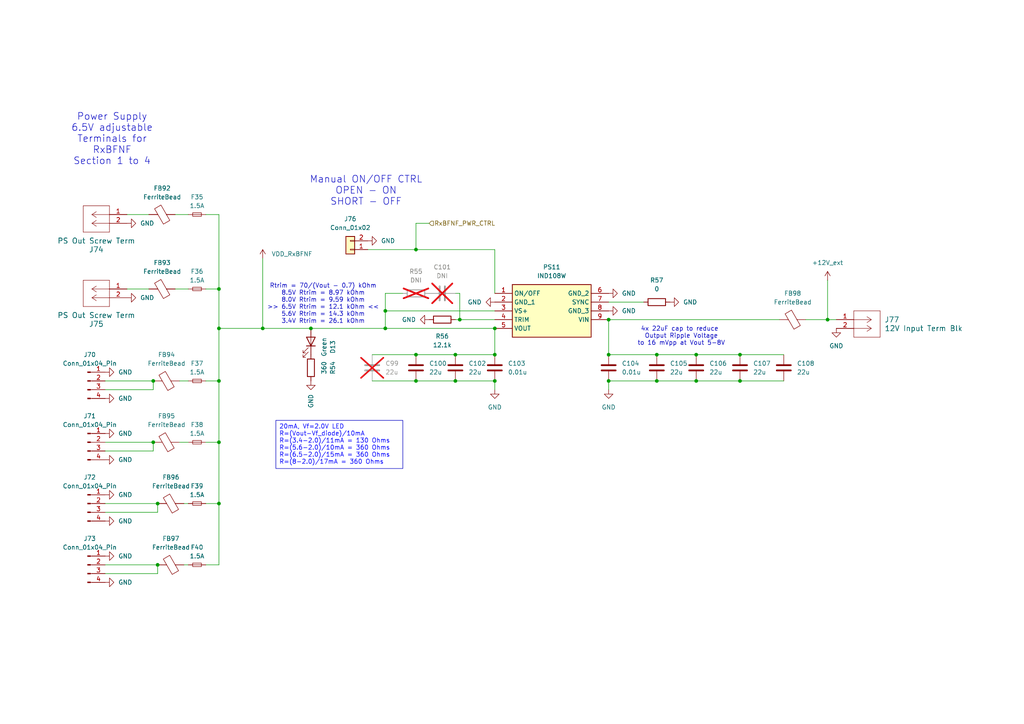
<source format=kicad_sch>
(kicad_sch (version 20231120) (generator "eeschema") (generator_version "8.0")
  (paper "A4")
  (title_block (title "PWR SPLY for RxBFNF") (date "2024-04-04") (rev "1.0"))
  (lib_symbols
    (symbol "BCRL_power_supply:IND108W"
      (property "Reference" "PS" (at 29.21 7.62 0))
      (property "Value" "IND108W" (at 29.21 5.08 0))
      (symbol "IND108W_1_1"
        (rectangle (start 5.08 2.54) (end 27.94 -12.7) (stroke (width 0.254)) (fill (type background)))
        (pin passive line (at 0 0 0) (length 5.08) (name "ON/OFF") (number "1"))
        (pin passive line (at 0 -2.54 0) (length 5.08) (name "GND_1") (number "2"))
        (pin passive line (at 0 -5.08 0) (length 5.08) (name "VS+") (number "3"))
        (pin passive line (at 0 -7.62 0) (length 5.08) (name "TRIM") (number "4"))
        (pin passive line (at 0 -10.16 0) (length 5.08) (name "VOUT") (number "5"))
        (pin passive line (at 33.02 0 180) (length 5.08) (name "GND_2") (number "6"))
        (pin passive line (at 33.02 -2.54 180) (length 5.08) (name "SYNC") (number "7"))
        (pin passive line (at 33.02 -5.08 180) (length 5.08) (name "GND_3") (number "8"))
        (pin passive line (at 33.02 -7.62 180) (length 5.08) (name "VIN") (number "9"))
      )
    )
    (symbol "BCRL_power_supply:OSTVN02A150" (pin_names (offset 0.254) hide)
      (property "Reference" "J" (at 8.89 6.35 0))
      (property "Value" "OSTVN02A150" (at 5.08 -6.35 0))
      (symbol "OSTVN02A150_1_1"
        (polyline (pts (xy 5.08 -5.08) (xy 12.7 -5.08)) (stroke (width 0.127)))
        (polyline (pts (xy 5.08 2.54) (xy 5.08 -5.08)) (stroke (width 0.127)))
        (polyline (pts (xy 10.16 -2.54) (xy 5.08 -2.54)) (stroke (width 0.127)))
        (polyline (pts (xy 10.16 -2.54) (xy 8.89 -3.3867)) (stroke (width 0.127)))
        (polyline (pts (xy 10.16 -2.54) (xy 8.89 -1.6933)) (stroke (width 0.127)))
        (polyline (pts (xy 10.16 0) (xy 5.08 0)) (stroke (width 0.127)))
        (polyline (pts (xy 10.16 0) (xy 8.89 -0.8467)) (stroke (width 0.127)))
        (polyline (pts (xy 10.16 0) (xy 8.89 0.8467)) (stroke (width 0.127)))
        (polyline (pts (xy 12.7 -5.08) (xy 12.7 2.54)) (stroke (width 0.127)))
        (polyline (pts (xy 12.7 2.54) (xy 5.08 2.54)) (stroke (width 0.127)))
        (pin unspecified line (at 0 0 0) (length 5.08) (name "1") (number "1"))
        (pin unspecified line (at 0 -2.54 0) (length 5.08) (name "2") (number "2"))
      )
      (symbol "OSTVN02A150_1_2"
        (polyline (pts (xy 5.08 -5.08) (xy 12.7 -5.08)) (stroke (width 0.127)))
        (polyline (pts (xy 5.08 2.54) (xy 5.08 -5.08)) (stroke (width 0.127)))
        (polyline (pts (xy 7.62 -2.54) (xy 5.08 -2.54)) (stroke (width 0.127)))
        (polyline (pts (xy 7.62 -2.54) (xy 8.89 -3.3867)) (stroke (width 0.127)))
        (polyline (pts (xy 7.62 -2.54) (xy 8.89 -1.6933)) (stroke (width 0.127)))
        (polyline (pts (xy 7.62 0) (xy 5.08 0)) (stroke (width 0.127)))
        (polyline (pts (xy 7.62 0) (xy 8.89 -0.8467)) (stroke (width 0.127)))
        (polyline (pts (xy 7.62 0) (xy 8.89 0.8467)) (stroke (width 0.127)))
        (polyline (pts (xy 12.7 -5.08) (xy 12.7 2.54)) (stroke (width 0.127)))
        (polyline (pts (xy 12.7 2.54) (xy 5.08 2.54)) (stroke (width 0.127)))
        (pin unspecified line (at 0 0 0) (length 5.08) (name "1") (number "1"))
        (pin unspecified line (at 0 -2.54 0) (length 5.08) (name "2") (number "2"))
      )
    )
    (symbol "C_1" (pin_numbers hide) (pin_names (offset 0.254) hide)
      (property "Reference" "C" (at 0.635 2.54 0))
      (property "Value" "C" (at 0.635 -2.54 0))
      (symbol "C_1_0_1"
        (polyline (pts (xy -2.032 -0.762) (xy 2.032 -0.762)) (stroke (width 0.508)))
        (polyline (pts (xy -2.032 0.762) (xy 2.032 0.762)) (stroke (width 0.508)))
      )
      (symbol "C_1_1_1"
        (pin passive line (at 0 3.81 270) (length 2.794) (name "~") (number "1"))
        (pin passive line (at 0 -3.81 90) (length 2.794) (name "~") (number "2"))
      )
    )
    (symbol "Connector:Conn_01x04_Pin" (pin_names (offset 1.016) hide)
      (property "Reference" "J" (at 0 5.08 0))
      (property "Value" "Conn_01x04_Pin" (at 0 -7.62 0))
      (symbol "Conn_01x04_Pin_1_1"
        (polyline (pts (xy 1.27 -5.08) (xy 0.8636 -5.08)) (stroke (width 0.1524)))
        (polyline (pts (xy 1.27 -2.54) (xy 0.8636 -2.54)) (stroke (width 0.1524)))
        (polyline (pts (xy 1.27 0) (xy 0.8636 0)) (stroke (width 0.1524)))
        (polyline (pts (xy 1.27 2.54) (xy 0.8636 2.54)) (stroke (width 0.1524)))
        (rectangle (start 0.8636 -4.953) (end 0 -5.207) (stroke (width 0.1524)) (fill (type outline)))
        (rectangle (start 0.8636 -2.413) (end 0 -2.667) (stroke (width 0.1524)) (fill (type outline)))
        (rectangle (start 0.8636 0.127) (end 0 -0.127) (stroke (width 0.1524)) (fill (type outline)))
        (rectangle (start 0.8636 2.667) (end 0 2.413) (stroke (width 0.1524)) (fill (type outline)))
        (pin passive line (at 5.08 2.54 180) (length 3.81) (name "Pin_1") (number "1"))
        (pin passive line (at 5.08 0 180) (length 3.81) (name "Pin_2") (number "2"))
        (pin passive line (at 5.08 -2.54 180) (length 3.81) (name "Pin_3") (number "3"))
        (pin passive line (at 5.08 -5.08 180) (length 3.81) (name "Pin_4") (number "4"))
      )
    )
    (symbol "Connector_Generic:Conn_01x02" (pin_names (offset 1.016) hide)
      (property "Reference" "J" (at 0 2.54 0))
      (property "Value" "Conn_01x02" (at 0 -5.08 0))
      (symbol "Conn_01x02_1_1"
        (rectangle (start -1.27 -2.413) (end 0 -2.667) (stroke (width 0.1524)))
        (rectangle (start -1.27 0.127) (end 0 -0.127) (stroke (width 0.1524)))
        (rectangle (start -1.27 1.27) (end 1.27 -3.81) (stroke (width 0.254)) (fill (type background)))
        (pin passive line (at -5.08 0 0) (length 3.81) (name "Pin_1") (number "1"))
        (pin passive line (at -5.08 -2.54 0) (length 3.81) (name "Pin_2") (number "2"))
      )
    )
    (symbol "Device:C" (pin_numbers hide) (pin_names (offset 0.254))
      (property "Reference" "C" (at 0.635 2.54 0))
      (property "Value" "C" (at 0.635 -2.54 0))
      (symbol "C_0_1"
        (polyline (pts (xy -2.032 -0.762) (xy 2.032 -0.762)) (stroke (width 0.508)))
        (polyline (pts (xy -2.032 0.762) (xy 2.032 0.762)) (stroke (width 0.508)))
      )
      (symbol "C_1_1"
        (pin passive line (at 0 3.81 270) (length 2.794) (name "~") (number "1"))
        (pin passive line (at 0 -3.81 90) (length 2.794) (name "~") (number "2"))
      )
    )
    (symbol "Device:FerriteBead" (pin_numbers hide) (pin_names (offset 0))
      (property "Reference" "FB" (at -3.81 0.635 90))
      (property "Value" "FerriteBead" (at 3.81 0 90))
      (symbol "FerriteBead_0_1"
        (polyline (pts (xy 0 -1.27) (xy 0 -1.2192)))
        (polyline (pts (xy 0 1.27) (xy 0 1.2954)))
        (polyline (pts (xy -2.7686 0.4064) (xy -1.7018 2.2606) (xy 2.7686 -0.3048) (xy 1.6764 -2.159) (xy -2.7686 0.4064)))
      )
      (symbol "FerriteBead_1_1"
        (pin passive line (at 0 3.81 270) (length 2.54) (name "~") (number "1"))
        (pin passive line (at 0 -3.81 90) (length 2.54) (name "~") (number "2"))
      )
    )
    (symbol "Device:Fuse_Small" (pin_numbers hide) (pin_names (offset 0.254) hide)
      (property "Reference" "F" (at 0 -1.524 0))
      (property "Value" "Fuse_Small" (at 0 1.524 0))
      (symbol "Fuse_Small_0_1"
        (rectangle (start -1.27 0.508) (end 1.27 -0.508))
        (polyline (pts (xy -1.27 0) (xy 1.27 0)))
      )
      (symbol "Fuse_Small_1_1"
        (pin passive line (at -2.54 0 0) (length 1.27) (name "~") (number "1"))
        (pin passive line (at 2.54 0 180) (length 1.27) (name "~") (number "2"))
      )
    )
    (symbol "Device:LED" (pin_numbers hide) (pin_names (offset 1.016) hide)
      (property "Reference" "D" (at 0 2.54 0))
      (property "Value" "LED" (at 0 -2.54 0))
      (symbol "LED_0_1"
        (polyline (pts (xy -1.27 -1.27) (xy -1.27 1.27)) (stroke (width 0.254)))
        (polyline (pts (xy -1.27 0) (xy 1.27 0)))
        (polyline (pts (xy 1.27 -1.27) (xy 1.27 1.27) (xy -1.27 0) (xy 1.27 -1.27)) (stroke (width 0.254)))
        (polyline (pts (xy -3.048 -0.762) (xy -4.572 -2.286) (xy -3.81 -2.286) (xy -4.572 -2.286) (xy -4.572 -1.524)))
        (polyline (pts (xy -1.778 -0.762) (xy -3.302 -2.286) (xy -2.54 -2.286) (xy -3.302 -2.286) (xy -3.302 -1.524)))
      )
      (symbol "LED_1_1"
        (pin passive line (at -3.81 0 0) (length 2.54) (name "K") (number "1"))
        (pin passive line (at 3.81 0 180) (length 2.54) (name "A") (number "2"))
      )
    )
    (symbol "Device:R" (pin_numbers hide) (pin_names (offset 0))
      (property "Reference" "R" (at 2.032 0 90))
      (property "Value" "R" (at 0 0 90))
      (symbol "R_0_1"
        (rectangle (start -1.016 -2.54) (end 1.016 2.54) (stroke (width 0.254)))
      )
      (symbol "R_1_1"
        (pin passive line (at 0 3.81 270) (length 1.27) (name "~") (number "1"))
        (pin passive line (at 0 -3.81 90) (length 1.27) (name "~") (number "2"))
      )
    )
    (symbol "GND_1" (power) (pin_numbers hide) (pin_names (offset 0) hide)
      (property "Value" "GND" (at 0 -3.81 0))
      (symbol "GND_1_0_1"
        (polyline (pts (xy 0 0) (xy 0 -1.27) (xy 1.27 -1.27) (xy 0 -2.54) (xy -1.27 -1.27) (xy 0 -1.27)))
      )
      (symbol "GND_1_1_1"
        (pin power_in line (at 0 0 270) (length 0) hide (name "GND") (number "1"))
      )
    )
    (symbol "GND_2" (power) (pin_numbers hide) (pin_names (offset 0) hide)
      (property "Value" "GND" (at 0 -3.81 0))
      (symbol "GND_2_0_1"
        (polyline (pts (xy 0 0) (xy 0 -1.27) (xy 1.27 -1.27) (xy 0 -2.54) (xy -1.27 -1.27) (xy 0 -1.27)))
      )
      (symbol "GND_2_1_1"
        (pin power_in line (at 0 0 270) (length 0) hide (name "GND") (number "1"))
      )
    )
    (symbol "GND_3" (power) (pin_numbers hide) (pin_names (offset 0) hide)
      (property "Value" "GND" (at 0 -3.81 0))
      (symbol "GND_3_0_1"
        (polyline (pts (xy 0 0) (xy 0 -1.27) (xy 1.27 -1.27) (xy 0 -2.54) (xy -1.27 -1.27) (xy 0 -1.27)))
      )
      (symbol "GND_3_1_1"
        (pin power_in line (at 0 0 270) (length 0) hide (name "GND") (number "1"))
      )
    )
    (symbol "GND_4" (power) (pin_numbers hide) (pin_names (offset 0) hide)
      (property "Value" "GND" (at 0 -3.81 0))
      (symbol "GND_4_0_1"
        (polyline (pts (xy 0 0) (xy 0 -1.27) (xy 1.27 -1.27) (xy 0 -2.54) (xy -1.27 -1.27) (xy 0 -1.27)))
      )
      (symbol "GND_4_1_1"
        (pin power_in line (at 0 0 270) (length 0) hide (name "GND") (number "1"))
      )
    )
    (symbol "GND_5" (power) (pin_numbers hide) (pin_names (offset 0) hide)
      (property "Value" "GND" (at 0 -3.81 0))
      (symbol "GND_5_0_1"
        (polyline (pts (xy 0 0) (xy 0 -1.27) (xy 1.27 -1.27) (xy 0 -2.54) (xy -1.27 -1.27) (xy 0 -1.27)))
      )
      (symbol "GND_5_1_1"
        (pin power_in line (at 0 0 270) (length 0) hide (name "GND") (number "1"))
      )
    )
    (symbol "power:+12V" (power) (pin_numbers hide) (pin_names (offset 0) hide)
      (property "Value" "+12V" (at 0 3.556 0))
      (symbol "+12V_0_1"
        (polyline (pts (xy -0.762 1.27) (xy 0 2.54)))
        (polyline (pts (xy 0 0) (xy 0 2.54)))
        (polyline (pts (xy 0 2.54) (xy 0.762 1.27)))
      )
      (symbol "+12V_1_1"
        (pin power_in line (at 0 0 90) (length 0) (name "~") (number "1"))
      )
    )
    (symbol "power:GND" (power) (pin_numbers hide) (pin_names (offset 0) hide)
      (property "Value" "GND" (at 0 -3.81 0))
      (symbol "GND_0_1"
        (polyline (pts (xy 0 0) (xy 0 -1.27) (xy 1.27 -1.27) (xy 0 -2.54) (xy -1.27 -1.27) (xy 0 -1.27)))
      )
      (symbol "GND_1_1"
        (pin power_in line (at 0 0 270) (length 0) hide (name "GND") (number "1"))
      )
    )
    (symbol "power:VDD" (power) (pin_numbers hide) (pin_names (offset 0) hide)
      (property "Value" "VDD" (at 0 3.556 0))
      (symbol "VDD_0_1"
        (polyline (pts (xy -0.762 1.27) (xy 0 2.54)))
        (polyline (pts (xy 0 0) (xy 0 2.54)))
        (polyline (pts (xy 0 2.54) (xy 0.762 1.27)))
      )
      (symbol "VDD_1_1"
        (pin power_in line (at 0 0 90) (length 0) (name "~") (number "1"))
      )
    )
  )
  (junction (at 120.65 110.49))
  (junction (at 143.51 110.49))
  (junction (at 240.03 92.71))
  (junction (at 76.2 95.25))
  (junction (at 143.51 102.87))
  (junction (at 45.72 163.83))
  (junction (at 111.76 90.17))
  (junction (at 190.5 102.87))
  (junction (at 214.63 110.49))
  (junction (at 120.65 72.39))
  (junction (at 63.5 83.82))
  (junction (at 133.35 92.71))
  (junction (at 176.53 102.87))
  (junction (at 63.5 110.49))
  (junction (at 120.65 102.87))
  (junction (at 176.53 110.49))
  (junction (at 201.93 102.87))
  (junction (at 63.5 128.27))
  (junction (at 63.5 95.25))
  (junction (at 214.63 102.87))
  (junction (at 45.72 146.05))
  (junction (at 90.17 95.25))
  (junction (at 132.08 110.49))
  (junction (at 63.5 146.05))
  (junction (at 143.51 95.25))
  (junction (at 132.08 102.87))
  (junction (at 44.45 128.27))
  (junction (at 201.93 110.49))
  (junction (at 176.53 92.71))
  (junction (at 111.76 95.25))
  (junction (at 190.5 110.49))
  (junction (at 44.45 110.49))
  (wire (pts (xy 63.5 95.25) (xy 76.2 95.25)))
  (wire (pts (xy 124.46 64.77) (xy 120.65 64.77)))
  (wire (pts (xy 143.51 95.25) (xy 143.51 102.87)))
  (wire (pts (xy 30.48 130.81) (xy 44.45 130.81)))
  (wire (pts (xy 133.35 92.71) (xy 143.51 92.71)))
  (wire (pts (xy 240.03 92.71) (xy 242.57 92.71)))
  (wire (pts (xy 30.48 166.37) (xy 45.72 166.37)))
  (wire (pts (xy 111.76 85.09) (xy 111.76 90.17)))
  (wire (pts (xy 63.5 110.49) (xy 63.5 128.27)))
  (wire (pts (xy 44.45 113.03) (xy 44.45 110.49)))
  (wire (pts (xy 214.63 102.87) (xy 227.33 102.87)))
  (wire (pts (xy 143.51 72.39) (xy 143.51 85.09)))
  (wire (pts (xy 50.8 62.23) (xy 54.61 62.23)))
  (wire (pts (xy 176.53 102.87) (xy 190.5 102.87)))
  (wire (pts (xy 30.48 113.03) (xy 44.45 113.03)))
  (wire (pts (xy 76.2 74.93) (xy 76.2 95.25)))
  (wire (pts (xy 120.65 72.39) (xy 143.51 72.39)))
  (wire (pts (xy 45.72 166.37) (xy 45.72 163.83)))
  (wire (pts (xy 132.08 85.09) (xy 133.35 85.09)))
  (wire (pts (xy 59.69 128.27) (xy 63.5 128.27)))
  (wire (pts (xy 45.72 148.59) (xy 45.72 146.05)))
  (wire (pts (xy 63.5 128.27) (xy 63.5 146.05)))
  (wire (pts (xy 30.48 163.83) (xy 45.72 163.83)))
  (wire (pts (xy 120.65 102.87) (xy 132.08 102.87)))
  (wire (pts (xy 90.17 95.25) (xy 111.76 95.25)))
  (wire (pts (xy 120.65 110.49) (xy 132.08 110.49)))
  (wire (pts (xy 143.51 110.49) (xy 143.51 113.03)))
  (wire (pts (xy 120.65 64.77) (xy 120.65 72.39)))
  (wire (pts (xy 59.69 146.05) (xy 63.5 146.05)))
  (wire (pts (xy 176.53 92.71) (xy 226.06 92.71)))
  (wire (pts (xy 201.93 102.87) (xy 214.63 102.87)))
  (wire (pts (xy 36.83 62.23) (xy 43.18 62.23)))
  (wire (pts (xy 53.34 146.05) (xy 54.61 146.05)))
  (wire (pts (xy 52.07 128.27) (xy 54.61 128.27)))
  (wire (pts (xy 63.5 95.25) (xy 63.5 110.49)))
  (wire (pts (xy 50.8 83.82) (xy 54.61 83.82)))
  (wire (pts (xy 30.48 128.27) (xy 44.45 128.27)))
  (wire (pts (xy 36.83 83.82) (xy 43.18 83.82)))
  (wire (pts (xy 176.53 110.49) (xy 190.5 110.49)))
  (wire (pts (xy 44.45 130.81) (xy 44.45 128.27)))
  (wire (pts (xy 201.93 110.49) (xy 214.63 110.49)))
  (wire (pts (xy 132.08 110.49) (xy 143.51 110.49)))
  (wire (pts (xy 132.08 102.87) (xy 143.51 102.87)))
  (wire (pts (xy 59.69 83.82) (xy 63.5 83.82)))
  (wire (pts (xy 53.34 163.83) (xy 54.61 163.83)))
  (wire (pts (xy 54.61 110.49) (xy 52.07 110.49)))
  (wire (pts (xy 143.51 90.17) (xy 111.76 90.17)))
  (wire (pts (xy 214.63 110.49) (xy 227.33 110.49)))
  (wire (pts (xy 63.5 62.23) (xy 59.69 62.23)))
  (wire (pts (xy 176.53 87.63) (xy 186.69 87.63)))
  (wire (pts (xy 176.53 92.71) (xy 176.53 102.87)))
  (wire (pts (xy 30.48 110.49) (xy 44.45 110.49)))
  (wire (pts (xy 59.69 110.49) (xy 63.5 110.49)))
  (wire (pts (xy 30.48 146.05) (xy 45.72 146.05)))
  (wire (pts (xy 63.5 163.83) (xy 59.69 163.83)))
  (wire (pts (xy 233.68 92.71) (xy 240.03 92.71)))
  (wire (pts (xy 63.5 146.05) (xy 63.5 163.83)))
  (wire (pts (xy 63.5 83.82) (xy 63.5 95.25)))
  (wire (pts (xy 116.84 85.09) (xy 111.76 85.09)))
  (wire (pts (xy 190.5 102.87) (xy 201.93 102.87)))
  (wire (pts (xy 111.76 90.17) (xy 111.76 95.25)))
  (wire (pts (xy 107.95 110.49) (xy 120.65 110.49)))
  (wire (pts (xy 30.48 148.59) (xy 45.72 148.59)))
  (wire (pts (xy 106.68 72.39) (xy 120.65 72.39)))
  (wire (pts (xy 111.76 95.25) (xy 143.51 95.25)))
  (wire (pts (xy 240.03 81.28) (xy 240.03 92.71)))
  (wire (pts (xy 132.08 92.71) (xy 133.35 92.71)))
  (wire (pts (xy 107.95 102.87) (xy 120.65 102.87)))
  (wire (pts (xy 133.35 85.09) (xy 133.35 92.71)))
  (wire (pts (xy 176.53 110.49) (xy 176.53 113.03)))
  (wire (pts (xy 190.5 110.49) (xy 201.93 110.49)))
  (wire (pts (xy 76.2 95.25) (xy 90.17 95.25)))
  (wire (pts (xy 63.5 83.82) (xy 63.5 62.23)))
  (text_box "20mA, Vf=2.0V LED \nR=(Vout-Vf_diode)/10mA \nR=(3.4-2.0)/11mA = 130 Ohms  \nR=(5.6-2.0)/10mA = 360 Ohms  \nR=(6.5-2.0)/15mA = 360 Ohms  \nR=(8-2.0)/17mA = 360 Ohms  \n" (at 80.01 121.92 0) (size 36.83 13.97) (effects (font (size 1.27 1.27)) (justify left top)))
  (text "4x 22uF cap to reduce \nOutput Ripple Voltage\nto 16 mVpp at Vout 5-8V" (at 197.612 97.536 0) (effects (font (size 1.27 1.27))))
  (text "Manual ON/OFF CTRL\nOPEN - ON\nSHORT - OFF" (at 106.172 55.372 0) (effects (font (size 2 2))))
  (text "Rtrim = 70/(Vout - 0.7) kOhm\n8.5V Rtrim = 8.97 kOhm\n8.0V Rtrim = 9.59 kOhm\n>> 6.5V Rtrim = 12.1 kOhm <<\n5.6V Rtrim = 14.3 kOhm\n3.4V Rtrim = 26.1 kOhm\n\n\n" (at 93.726 90.17 0) (effects (font (size 1.27 1.27))))
  (text "Power Supply\n6.5V adjustable\nTerminals for\nRxBFNF\nSection 1 to 4" (at 32.512 40.386 0) (effects (font (size 2 2))))
  (hierarchical_label "RxBFNF_PWR_CTRL" (shape input) (at 124.46 64.77 0))
  (symbol (lib_name "GND_4") (lib_id "power:GND") (at 30.48 143.51 90) (mirror x) (unit 1)
    (property "Reference" "#PWR0302" (effects (hide yes)))
    (property "Value" "GND" (at 34.29 143.51 90) (effects (justify right)))
  )
  (symbol (lib_id "Connector:Conn_01x04_Pin") (at 25.4 128.27 0) (unit 1)
    (property "Reference" "J71" (at 26.035 120.65 0))
    (property "Value" "Conn_01x04_Pin" (at 26.035 123.19 0))
    (property "Footprint" "BCRL_power_supply:TSM-104-YY-ZZZ-SH" (effects (hide yes)))
    (property "Datasheet" "https://www.mouser.ca/datasheet/2/527/tsm-2854655.pdf" (effects (hide yes)))
    (property "Description" "1x4 pin Header SMT, Horizontal" (effects (hide yes)))
    (property "PN" "TSM-104-01-T-SH" (effects (hide yes)))
    (property "Mfr" "SAMTEC" (effects (hide yes)))
  )
  (symbol (lib_id "Device:C") (at 227.33 106.68 0) (unit 1)
    (property "Reference" "C108" (at 231.14 105.4099 0) (effects (justify left)))
    (property "Value" "22u" (at 231.14 107.9499 0) (effects (justify left)))
    (property "Footprint" "BCRL_power_supply:CAPC2012X145N" (effects (hide yes)))
    (property "Datasheet" "https://www.mouser.ca/datasheet/2/281/1/GRM21BR61E226ME44_01A-1986898.pdf" (effects (hide yes)))
    (property "Description" "22 uF 25V " (effects (hide yes)))
    (property "PN" "GRM21BR61E226ME44L" (effects (hide yes)))
    (property "Mfr" "Murata" (effects (hide yes)))
  )
  (symbol (lib_id "BCRL_power_supply:IND108W") (at 143.51 85.09 0) (unit 1)
    (property "Reference" "PS11" (at 160.02 77.47 0))
    (property "Value" "IND108W" (at 160.02 80.01 0))
    (property "Footprint" "BCRL_power_supply:IND108W" (effects (hide yes)))
    (property "Datasheet" "https://www.omnionpower.com/assets/pdfs/windchill/data-sheet/ind108w_ds.pdf?nocache=1710831926" (effects (hide yes)))
    (property "Description" "DC/DC 12Vin 3-9V 108W 12A" (effects (hide yes)))
    (property "Height" "10" (effects (hide yes)))
    (property "Manufacturer_Name" "OmniOn Power" (effects (hide yes)))
    (property "Manufacturer_Part_Number" "IND108W" (effects (hide yes)))
    (property "Mfr" "GE" (effects (hide yes)))
    (property "PN" "IND108W" (effects (hide yes)))
  )
  (symbol (lib_id "Device:R") (at 90.17 106.68 0) (mirror x) (unit 1)
    (property "Reference" "R54" (at 96.52 106.68 90))
    (property "Value" "360" (at 93.98 106.68 90))
    (property "Footprint" "BCRL_power_supply:RESC1608X50N" (effects (hide yes)))
    (property "Datasheet" "https://www.vishay.com/docs/20035/dcrcwe3.pdf" (effects (hide yes)))
    (property "Description" "1/10 W" (effects (hide yes)))
    (property "PN" "CRCW0603360RJNEA" (effects (hide yes)))
    (property "Mfr" "Vishay" (effects (hide yes)))
  )
  (symbol (lib_name "GND_4") (lib_id "power:GND") (at 30.48 161.29 90) (mirror x) (unit 1)
    (property "Reference" "#PWR0304" (effects (hide yes)))
    (property "Value" "GND" (at 34.29 161.29 90) (effects (justify right)))
  )
  (symbol (lib_id "Device:Fuse_Small") (at 57.15 146.05 0) (unit 1)
    (property "Reference" "F39" (at 57.15 140.97 0))
    (property "Value" "1.5A" (at 57.15 143.51 0))
    (property "Footprint" "BCRL_power_supply:ERBRE0R50V" (effects (hide yes)))
    (property "Datasheet" "https://www.mouser.ca/datasheet/2/315/AFA0000C7-1025982.pdf" (effects (hide yes)))
    (property "Description" "SMD Fuse 0603" (effects (hide yes)))
    (property "PN" "ERB-RE1R50V" (effects (hide yes)))
    (property "Mfr" "Panasonic" (effects (hide yes)))
  )
  (symbol (lib_id "BCRL_power_supply:OSTVN02A150") (at 36.83 62.23 0) (mirror y) (unit 1)
    (property "Reference" "J74" (at 27.94 72.39 0) (effects (font (size 1.524 1.524))))
    (property "Value" "PS Out Screw Term" (at 27.94 69.85 0) (effects (font (size 1.524 1.524))))
    (property "Footprint" "BCRL_power_supply:CONN_OSTVN02A150_OST" (effects (hide yes)))
    (property "Datasheet" "https://mm.digikey.com/Volume0/opasdata/d220001/medias/docus/1123/OSTVNXXA150.pdf" (effects (hide yes)))
    (property "Description" "2 Screw Terminal" (effects (hide yes)))
    (property "PN" "OSTVN02A150" (effects (hide yes)))
    (property "Mfr" "On Shore Technology Inc." (effects (hide yes)))
  )
  (symbol (lib_id "Device:LED") (at 90.17 99.06 270) (mirror x) (unit 1)
    (property "Reference" "D13" (at 96.52 100.6475 0))
    (property "Value" "Green" (at 93.98 100.6475 0))
    (property "Footprint" "BCRL_power_supply:LEDC1608X80N" (effects (hide yes)))
    (property "Datasheet" "https://www.we-online.com/catalog/datasheet/150060VS75000.pdf" (effects (hide yes)))
    (property "Description" "LED green 20mA Vf=2V" (effects (hide yes)))
    (property "PN" "150060VS75000" (effects (hide yes)))
    (property "Mfr" "Wurth Elektronik" (effects (hide yes)))
  )
  (symbol (lib_id "BCRL_power_supply:OSTVN02A150") (at 242.57 92.71 0) (unit 1)
    (property "Reference" "J77" (at 256.54 92.71 0) (effects (font (size 1.524 1.524)) (justify left)))
    (property "Value" "12V Input Term Blk" (at 256.54 95.25 0) (effects (font (size 1.524 1.524)) (justify left)))
    (property "Footprint" "BCRL_power_supply:CONN_OSTVN02A150_OST" (effects (hide yes)))
    (property "Datasheet" "https://mm.digikey.com/Volume0/opasdata/d220001/medias/docus/1123/OSTVNXXA150.pdf" (effects (hide yes)))
    (property "Description" "2 Screw Terminal" (effects (hide yes)))
    (property "PN" "OSTVN02A150" (effects (hide yes)))
    (property "Mfr" "On Shore Technology Inc." (effects (hide yes)))
  )
  (symbol (lib_id "power:GND") (at 90.17 110.49 0) (mirror y) (unit 1)
    (property "Reference" "#PWR0309" (effects (hide yes)))
    (property "Value" "GND" (at 90.17 114.3 90) (effects (justify right)))
  )
  (symbol (lib_id "Device:R") (at 128.27 92.71 90) (mirror x) (unit 1)
    (property "Reference" "R56" (at 128.27 97.536 90))
    (property "Value" "12.1k" (at 128.27 100.076 90))
    (property "Footprint" "BCRL_power_supply:RESC1608X50N" (effects (hide yes)))
    (property "Datasheet" "https://www.vishay.com/doc?20035" (effects (hide yes)))
    (property "Description" "1/10 W" (effects (hide yes)))
    (property "PN" "CRCW060312K1FKEA" (effects (hide yes)))
    (property "Mfr" "Vishay" (effects (hide yes)))
  )
  (symbol (lib_id "power:GND") (at 242.57 95.25 0) (mirror y) (unit 1)
    (property "Reference" "#PWR0318" (effects (hide yes)))
    (property "Value" "GND" (at 242.57 100.33 0))
  )
  (symbol (lib_name "C_1") (lib_id "Device:C") (at 128.27 85.09 270) (mirror x) (unit 1) (in_bom no) (dnp yes)
    (property "Reference" "C101" (at 128.27 77.47 90))
    (property "Value" "DNI" (at 128.27 80.01 90))
    (property "Footprint" "Capacitor_SMD:C_0603_1608Metric" (effects (hide yes)))
    (property "Description" "Ctune" (effects (hide yes)))
  )
  (symbol (lib_name "GND_4") (lib_id "power:GND") (at 30.48 168.91 90) (mirror x) (unit 1)
    (property "Reference" "#PWR0305" (effects (hide yes)))
    (property "Value" "GND" (at 34.29 168.91 90) (effects (justify right)))
  )
  (symbol (lib_id "power:VDD") (at 76.2 74.93 0) (unit 1)
    (property "Reference" "#PWR0308" (effects (hide yes)))
    (property "Value" "VDD_RxBFNF" (at 78.74 73.6599 0) (effects (justify left)))
    (property "Description" "Power symbol creates a global label with name \"VDD\"" (effects (hide yes)))
  )
  (symbol (lib_id "Device:FerriteBead") (at 49.53 163.83 270) (mirror x) (unit 1)
    (property "Reference" "FB97" (at 49.5808 156.21 90))
    (property "Value" "FerriteBead" (at 49.5808 158.75 90))
    (property "Footprint" "BCRL_power_supply:BEADC1005X55N" (effects (hide yes)))
    (property "Datasheet" "https://product.tdk.com/system/files/dam/doc/product/emc/emc/suppression-filter/catalog/suppression-filter_commercial_maf1005p_en.pdf" (effects (hide yes)))
    (property "Description" "Ferrite bead 9 mOhm 6A" (effects (hide yes)))
    (property "PN" "MAF1005PAD120CT000" (effects (hide yes)))
    (property "Mfr" "TDK" (effects (hide yes)))
  )
  (symbol (lib_name "GND_2") (lib_id "power:GND") (at 194.31 87.63 90) (mirror x) (unit 1)
    (property "Reference" "#PWR0317" (effects (hide yes)))
    (property "Value" "GND" (at 198.12 87.6299 90) (effects (justify right)))
  )
  (symbol (lib_id "Connector:Conn_01x04_Pin") (at 25.4 110.49 0) (unit 1)
    (property "Reference" "J70" (at 26.035 102.87 0))
    (property "Value" "Conn_01x04_Pin" (at 26.035 105.41 0))
    (property "Footprint" "BCRL_power_supply:TSM-104-YY-ZZZ-SH" (effects (hide yes)))
    (property "Datasheet" "https://www.mouser.ca/datasheet/2/527/tsm-2854655.pdf" (effects (hide yes)))
    (property "Description" "1x4 pin Header SMT, Horizontal" (effects (hide yes)))
    (property "PN" "TSM-104-01-T-SH" (effects (hide yes)))
    (property "Mfr" "SAMTEC" (effects (hide yes)))
  )
  (symbol (lib_id "Connector:Conn_01x04_Pin") (at 25.4 163.83 0) (unit 1)
    (property "Reference" "J73" (at 26.035 156.21 0))
    (property "Value" "Conn_01x04_Pin" (at 26.035 158.75 0))
    (property "Footprint" "BCRL_power_supply:TSM-104-YY-ZZZ-SH" (effects (hide yes)))
    (property "Datasheet" "https://www.mouser.ca/datasheet/2/527/tsm-2854655.pdf" (effects (hide yes)))
    (property "Description" "1x4 pin Header SMT, Horizontal" (effects (hide yes)))
    (property "PN" "TSM-104-01-T-SH" (effects (hide yes)))
    (property "Mfr" "SAMTEC" (effects (hide yes)))
  )
  (symbol (lib_id "Device:FerriteBead") (at 48.26 128.27 270) (mirror x) (unit 1)
    (property "Reference" "FB95" (at 48.3108 120.65 90))
    (property "Value" "FerriteBead" (at 48.3108 123.19 90))
    (property "Footprint" "BCRL_power_supply:BEADC1005X55N" (effects (hide yes)))
    (property "Datasheet" "https://product.tdk.com/system/files/dam/doc/product/emc/emc/suppression-filter/catalog/suppression-filter_commercial_maf1005p_en.pdf" (effects (hide yes)))
    (property "Description" "Ferrite bead 9 mOhm 6A" (effects (hide yes)))
    (property "PN" "MAF1005PAD120CT000" (effects (hide yes)))
    (property "Mfr" "TDK" (effects (hide yes)))
  )
  (symbol (lib_name "GND_4") (lib_id "power:GND") (at 36.83 86.36 90) (mirror x) (unit 1)
    (property "Reference" "#PWR0307" (effects (hide yes)))
    (property "Value" "GND" (at 40.64 86.36 90) (effects (justify right)))
  )
  (symbol (lib_id "Device:Fuse_Small") (at 57.15 163.83 0) (unit 1)
    (property "Reference" "F40" (at 57.15 158.75 0))
    (property "Value" "1.5A" (at 57.15 161.29 0))
    (property "Footprint" "BCRL_power_supply:ERBRE0R50V" (effects (hide yes)))
    (property "Datasheet" "https://www.mouser.ca/datasheet/2/315/AFA0000C7-1025982.pdf" (effects (hide yes)))
    (property "Description" "SMD Fuse 0603" (effects (hide yes)))
    (property "PN" "ERB-RE1R50V" (effects (hide yes)))
    (property "Mfr" "Panasonic" (effects (hide yes)))
  )
  (symbol (lib_name "GND_4") (lib_id "power:GND") (at 36.83 64.77 90) (mirror x) (unit 1)
    (property "Reference" "#PWR0306" (effects (hide yes)))
    (property "Value" "GND" (at 40.64 64.77 90) (effects (justify right)))
  )
  (symbol (lib_id "Device:C") (at 214.63 106.68 0) (unit 1)
    (property "Reference" "C107" (at 218.44 105.4099 0) (effects (justify left)))
    (property "Value" "22u" (at 218.44 107.9499 0) (effects (justify left)))
    (property "Footprint" "BCRL_power_supply:CAPC2012X145N" (effects (hide yes)))
    (property "Datasheet" "https://www.mouser.ca/datasheet/2/281/1/GRM21BR61E226ME44_01A-1986898.pdf" (effects (hide yes)))
    (property "Description" "22 uF 25V " (effects (hide yes)))
    (property "PN" "GRM21BR61E226ME44L" (effects (hide yes)))
    (property "Mfr" "Murata" (effects (hide yes)))
  )
  (symbol (lib_id "Device:FerriteBead") (at 229.87 92.71 270) (mirror x) (unit 1)
    (property "Reference" "FB98" (at 229.9208 85.09 90))
    (property "Value" "FerriteBead" (at 229.9208 87.63 90))
    (property "Footprint" "BCRL_power_supply:BEADC1005X55N" (effects (hide yes)))
    (property "Datasheet" "https://product.tdk.com/system/files/dam/doc/product/emc/emc/suppression-filter/catalog/suppression-filter_commercial_maf1005p_en.pdf" (effects (hide yes)))
    (property "Description" "Ferrite bead 9 mOhm 6A" (effects (hide yes)))
    (property "PN" "MAF1005PAD120CT000" (effects (hide yes)))
    (property "Mfr" "TDK" (effects (hide yes)))
  )
  (symbol (lib_id "Device:C") (at 190.5 106.68 0) (unit 1)
    (property "Reference" "C105" (at 194.31 105.4099 0) (effects (justify left)))
    (property "Value" "22u" (at 194.31 107.9499 0) (effects (justify left)))
    (property "Footprint" "BCRL_power_supply:CAPC2012X145N" (effects (hide yes)))
    (property "Datasheet" "https://www.mouser.ca/datasheet/2/281/1/GRM21BR61E226ME44_01A-1986898.pdf" (effects (hide yes)))
    (property "Description" "22 uF 25V " (effects (hide yes)))
    (property "PN" "GRM21BR61E226ME44L" (effects (hide yes)))
    (property "Mfr" "Murata" (effects (hide yes)))
  )
  (symbol (lib_id "Device:FerriteBead") (at 49.53 146.05 270) (mirror x) (unit 1)
    (property "Reference" "FB96" (at 49.5808 138.43 90))
    (property "Value" "FerriteBead" (at 49.5808 140.97 90))
    (property "Footprint" "BCRL_power_supply:BEADC1005X55N" (effects (hide yes)))
    (property "Datasheet" "https://product.tdk.com/system/files/dam/doc/product/emc/emc/suppression-filter/catalog/suppression-filter_commercial_maf1005p_en.pdf" (effects (hide yes)))
    (property "Description" "Ferrite bead 9 mOhm 6A" (effects (hide yes)))
    (property "PN" "MAF1005PAD120CT000" (effects (hide yes)))
    (property "Mfr" "TDK" (effects (hide yes)))
  )
  (symbol (lib_id "power:+12V") (at 240.03 81.28 0) (unit 1)
    (property "Reference" "#PWR0334" (effects (hide yes)))
    (property "Value" "+12V_ext" (at 240.03 76.2 0))
    (property "Description" "Power symbol creates a global label with name \"+12V\"" (effects (hide yes)))
  )
  (symbol (lib_id "Device:C") (at 143.51 106.68 0) (unit 1)
    (property "Reference" "C103" (at 147.32 105.4099 0) (effects (justify left)))
    (property "Value" "0.01u" (at 147.32 107.9499 0) (effects (justify left)))
    (property "Footprint" "BCRL_power_supply:CAPC1608X90N" (effects (hide yes)))
    (property "Datasheet" "https://www.mouser.ca/datasheet/2/281/1/GRM1885C1E103JA01_01A-1984693.pdf" (effects (hide yes)))
    (property "Description" "0.01 uF 25V" (effects (hide yes)))
    (property "PN" "GRM1885C1E103JA01D" (effects (hide yes)))
    (property "Mfr" "Murata" (effects (hide yes)))
  )
  (symbol (lib_id "Device:C") (at 107.95 106.68 0) (unit 1) (in_bom no) (dnp yes)
    (property "Reference" "C99" (at 111.76 105.4099 0) (effects (justify left)))
    (property "Value" "22u" (at 111.76 107.9499 0) (effects (justify left)))
    (property "Footprint" "BCRL_power_supply:CAPC2012X145N" (effects (hide yes)))
    (property "Datasheet" "https://www.mouser.ca/datasheet/2/281/1/GRM21BR61E226ME44_01A-1986898.pdf" (effects (hide yes)))
    (property "Description" "22 uF 25V " (effects (hide yes)))
    (property "PN" "GRM21BR61E226ME44L" (effects (hide yes)))
    (property "Mfr" "Murata" (effects (hide yes)))
  )
  (symbol (lib_name "GND_4") (lib_id "power:GND") (at 30.48 115.57 90) (mirror x) (unit 1)
    (property "Reference" "#PWR0299" (effects (hide yes)))
    (property "Value" "GND" (at 34.29 115.57 90) (effects (justify right)))
  )
  (symbol (lib_id "Device:Fuse_Small") (at 57.15 62.23 0) (unit 1)
    (property "Reference" "F35" (at 57.15 57.15 0))
    (property "Value" "1.5A" (at 57.15 59.69 0))
    (property "Footprint" "BCRL_power_supply:ERBRE0R50V" (effects (hide yes)))
    (property "Datasheet" "https://www.mouser.ca/datasheet/2/315/AFA0000C7-1025982.pdf" (effects (hide yes)))
    (property "Description" "SMD Fuse 0603" (effects (hide yes)))
    (property "PN" "ERB-RE1R50V" (effects (hide yes)))
    (property "Mfr" "Panasonic" (effects (hide yes)))
  )
  (symbol (lib_name "GND_2") (lib_id "power:GND") (at 176.53 85.09 90) (mirror x) (unit 1)
    (property "Reference" "#PWR0314" (effects (hide yes)))
    (property "Value" "GND" (at 180.34 85.0899 90) (effects (justify right)))
  )
  (symbol (lib_id "Connector_Generic:Conn_01x02") (at 101.6 72.39 180) (unit 1)
    (property "Reference" "J76" (at 101.6 63.5 0))
    (property "Value" "Conn_01x02" (at 101.6 66.04 0))
    (property "Footprint" "BCRL_power_supply:M20-8770242" (effects (hide yes)))
    (property "Datasheet" "https://www.mouser.ca/datasheet/2/181/M20-877-1133516.pdf" (effects (hide yes)))
    (property "Description" "1x2 pin Header SMT, Vertical " (effects (hide yes)))
    (property "PN" "M20-8770242" (effects (hide yes)))
    (property "Mfr" "Harwin" (effects (hide yes)))
  )
  (symbol (lib_id "Device:C") (at 132.08 106.68 0) (unit 1)
    (property "Reference" "C102" (at 135.89 105.4099 0) (effects (justify left)))
    (property "Value" "22u" (at 135.89 107.9499 0) (effects (justify left)))
    (property "Footprint" "BCRL_power_supply:CAPC2012X145N" (effects (hide yes)))
    (property "Datasheet" "https://www.mouser.ca/datasheet/2/281/1/GRM21BR61E226ME44_01A-1986898.pdf" (effects (hide yes)))
    (property "Description" "22 uF 25V " (effects (hide yes)))
    (property "PN" "GRM21BR61E226ME44L" (effects (hide yes)))
    (property "Mfr" "Murata" (effects (hide yes)))
  )
  (symbol (lib_id "Device:FerriteBead") (at 46.99 83.82 270) (mirror x) (unit 1)
    (property "Reference" "FB93" (at 47.0408 76.2 90))
    (property "Value" "FerriteBead" (at 47.0408 78.74 90))
    (property "Footprint" "BCRL_power_supply:BEADC1005X55N" (effects (hide yes)))
    (property "Datasheet" "https://product.tdk.com/system/files/dam/doc/product/emc/emc/suppression-filter/catalog/suppression-filter_commercial_maf1005p_en.pdf" (effects (hide yes)))
    (property "Description" "Ferrite bead 9 mOhm 6A" (effects (hide yes)))
    (property "PN" "MAF1005PAD120CT000" (effects (hide yes)))
    (property "Mfr" "TDK" (effects (hide yes)))
  )
  (symbol (lib_name "GND_4") (lib_id "power:GND") (at 30.48 151.13 90) (mirror x) (unit 1)
    (property "Reference" "#PWR0303" (effects (hide yes)))
    (property "Value" "GND" (at 34.29 151.13 90) (effects (justify right)))
  )
  (symbol (lib_id "Device:Fuse_Small") (at 57.15 128.27 0) (unit 1)
    (property "Reference" "F38" (at 57.15 123.19 0))
    (property "Value" "1.5A" (at 57.15 125.73 0))
    (property "Footprint" "BCRL_power_supply:ERBRE0R50V" (effects (hide yes)))
    (property "Datasheet" "https://www.mouser.ca/datasheet/2/315/AFA0000C7-1025982.pdf" (effects (hide yes)))
    (property "Description" "SMD Fuse 0603" (effects (hide yes)))
    (property "PN" "ERB-RE1R50V" (effects (hide yes)))
    (property "Mfr" "Panasonic" (effects (hide yes)))
  )
  (symbol (lib_id "Device:R") (at 190.5 87.63 270) (mirror x) (unit 1)
    (property "Reference" "R57" (at 190.5 81.28 90))
    (property "Value" "0" (at 190.5 83.82 90))
    (property "Footprint" "BCRL_power_supply:RESC1608X55N" (effects (hide yes)))
    (property "Datasheet" "https://www.vishay.com/docs/20035/dcrcwe3.pdf" (effects (hide yes)))
    (property "Description" "1/10 W" (effects (hide yes)))
    (property "PN" "CRCW06030000Z0EAHP" (effects (hide yes)))
    (property "Mfr" "Vishay" (effects (hide yes)))
  )
  (symbol (lib_name "GND_5") (lib_id "power:GND") (at 143.51 113.03 0) (mirror y) (unit 1)
    (property "Reference" "#PWR0313" (effects (hide yes)))
    (property "Value" "GND" (at 143.51 118.11 0))
  )
  (symbol (lib_id "Device:Fuse_Small") (at 57.15 83.82 0) (unit 1)
    (property "Reference" "F36" (at 57.15 78.74 0))
    (property "Value" "1.5A" (at 57.15 81.28 0))
    (property "Footprint" "BCRL_power_supply:ERBRE0R50V" (effects (hide yes)))
    (property "Datasheet" "https://www.mouser.ca/datasheet/2/315/AFA0000C7-1025982.pdf" (effects (hide yes)))
    (property "Description" "SMD Fuse 0603" (effects (hide yes)))
    (property "PN" "ERB-RE1R50V" (effects (hide yes)))
    (property "Mfr" "Panasonic" (effects (hide yes)))
  )
  (symbol (lib_id "Device:C") (at 120.65 106.68 0) (unit 1)
    (property "Reference" "C100" (at 124.46 105.4099 0) (effects (justify left)))
    (property "Value" "22u" (at 124.46 107.9499 0) (effects (justify left)))
    (property "Footprint" "BCRL_power_supply:CAPC2012X145N" (effects (hide yes)))
    (property "Datasheet" "https://www.mouser.ca/datasheet/2/281/1/GRM21BR61E226ME44_01A-1986898.pdf" (effects (hide yes)))
    (property "Description" "22 uF 25V " (effects (hide yes)))
    (property "PN" "GRM21BR61E226ME44L" (effects (hide yes)))
    (property "Mfr" "Murata" (effects (hide yes)))
  )
  (symbol (lib_id "BCRL_power_supply:OSTVN02A150") (at 36.83 83.82 0) (mirror y) (unit 1)
    (property "Reference" "J75" (at 27.94 93.98 0) (effects (font (size 1.524 1.524))))
    (property "Value" "PS Out Screw Term" (at 27.94 91.44 0) (effects (font (size 1.524 1.524))))
    (property "Footprint" "BCRL_power_supply:CONN_OSTVN02A150_OST" (effects (hide yes)))
    (property "Datasheet" "https://mm.digikey.com/Volume0/opasdata/d220001/medias/docus/1123/OSTVNXXA150.pdf" (effects (hide yes)))
    (property "Description" "2 Screw Terminal" (effects (hide yes)))
    (property "PN" "OSTVN02A150" (effects (hide yes)))
    (property "Mfr" "On Shore Technology Inc." (effects (hide yes)))
  )
  (symbol (lib_id "Connector:Conn_01x04_Pin") (at 25.4 146.05 0) (unit 1)
    (property "Reference" "J72" (at 26.035 138.43 0))
    (property "Value" "Conn_01x04_Pin" (at 26.035 140.97 0))
    (property "Footprint" "BCRL_power_supply:TSM-104-YY-ZZZ-SH" (effects (hide yes)))
    (property "Datasheet" "https://www.mouser.ca/datasheet/2/527/tsm-2854655.pdf" (effects (hide yes)))
    (property "Description" "1x4 pin Header SMT, Horizontal" (effects (hide yes)))
    (property "PN" "TSM-104-01-T-SH" (effects (hide yes)))
    (property "Mfr" "SAMTEC" (effects (hide yes)))
  )
  (symbol (lib_name "GND_4") (lib_id "power:GND") (at 143.51 87.63 270) (mirror x) (unit 1)
    (property "Reference" "#PWR0312" (effects (hide yes)))
    (property "Value" "GND" (at 139.7 87.6299 90) (effects (justify right)))
  )
  (symbol (lib_id "Device:FerriteBead") (at 46.99 62.23 270) (mirror x) (unit 1)
    (property "Reference" "FB92" (at 47.0408 54.61 90))
    (property "Value" "FerriteBead" (at 47.0408 57.15 90))
    (property "Footprint" "BCRL_power_supply:BEADC1005X55N" (effects (hide yes)))
    (property "Datasheet" "https://product.tdk.com/system/files/dam/doc/product/emc/emc/suppression-filter/catalog/suppression-filter_commercial_maf1005p_en.pdf" (effects (hide yes)))
    (property "Description" "Ferrite bead 9 mOhm 6A" (effects (hide yes)))
    (property "PN" "MAF1005PAD120CT000" (effects (hide yes)))
    (property "Mfr" "TDK" (effects (hide yes)))
  )
  (symbol (lib_id "Device:C") (at 201.93 106.68 0) (unit 1)
    (property "Reference" "C106" (at 205.74 105.4099 0) (effects (justify left)))
    (property "Value" "22u" (at 205.74 107.9499 0) (effects (justify left)))
    (property "Footprint" "BCRL_power_supply:CAPC2012X145N" (effects (hide yes)))
    (property "Datasheet" "https://www.mouser.ca/datasheet/2/281/1/GRM21BR61E226ME44_01A-1986898.pdf" (effects (hide yes)))
    (property "Description" "22 uF 25V " (effects (hide yes)))
    (property "PN" "GRM21BR61E226ME44L" (effects (hide yes)))
    (property "Mfr" "Murata" (effects (hide yes)))
  )
  (symbol (lib_id "Device:FerriteBead") (at 48.26 110.49 270) (mirror x) (unit 1)
    (property "Reference" "FB94" (at 48.3108 102.87 90))
    (property "Value" "FerriteBead" (at 48.3108 105.41 90))
    (property "Footprint" "BCRL_power_supply:BEADC1005X55N" (effects (hide yes)))
    (property "Datasheet" "https://product.tdk.com/system/files/dam/doc/product/emc/emc/suppression-filter/catalog/suppression-filter_commercial_maf1005p_en.pdf" (effects (hide yes)))
    (property "Description" "Ferrite bead 9 mOhm 6A" (effects (hide yes)))
    (property "PN" "MAF1005PAD120CT000" (effects (hide yes)))
    (property "Mfr" "TDK" (effects (hide yes)))
  )
  (symbol (lib_id "Device:R") (at 120.65 85.09 90) (unit 1) (in_bom no) (dnp yes)
    (property "Reference" "R55" (at 120.65 78.74 90))
    (property "Value" "DNI" (at 120.65 81.28 90))
    (property "Footprint" "Resistor_SMD:R_0603_1608Metric" (effects (hide yes)))
    (property "Description" "Rtune" (effects (hide yes)))
  )
  (symbol (lib_id "Device:C") (at 176.53 106.68 0) (unit 1)
    (property "Reference" "C104" (at 180.34 105.4099 0) (effects (justify left)))
    (property "Value" "0.01u" (at 180.34 107.9499 0) (effects (justify left)))
    (property "Footprint" "BCRL_power_supply:CAPC1608X90N" (effects (hide yes)))
    (property "Datasheet" "https://www.mouser.ca/datasheet/2/281/1/GRM1885C1E103JA01_01A-1984693.pdf" (effects (hide yes)))
    (property "Description" "0.01 uF 25V" (effects (hide yes)))
    (property "PN" "GRM1885C1E103JA01D" (effects (hide yes)))
    (property "Mfr" "Murata" (effects (hide yes)))
  )
  (symbol (lib_id "Device:Fuse_Small") (at 57.15 110.49 0) (unit 1)
    (property "Reference" "F37" (at 57.15 105.41 0))
    (property "Value" "1.5A" (at 57.15 107.95 0))
    (property "Footprint" "BCRL_power_supply:ERBRE0R50V" (effects (hide yes)))
    (property "Datasheet" "https://www.mouser.ca/datasheet/2/315/AFA0000C7-1025982.pdf" (effects (hide yes)))
    (property "Description" "SMD Fuse 0603" (effects (hide yes)))
    (property "PN" "ERB-RE1R50V" (effects (hide yes)))
    (property "Mfr" "Panasonic" (effects (hide yes)))
  )
  (symbol (lib_name "GND_1") (lib_id "power:GND") (at 124.46 92.71 270) (mirror x) (unit 1)
    (property "Reference" "#PWR0311" (effects (hide yes)))
    (property "Value" "GND" (at 120.65 92.7099 90) (effects (justify right)))
  )
  (symbol (lib_name "GND_4") (lib_id "power:GND") (at 30.48 107.95 90) (mirror x) (unit 1)
    (property "Reference" "#PWR0298" (effects (hide yes)))
    (property "Value" "GND" (at 34.29 107.95 90) (effects (justify right)))
  )
  (symbol (lib_id "power:GND") (at 106.68 69.85 90) (unit 1)
    (property "Reference" "#PWR0310" (effects (hide yes)))
    (property "Value" "GND" (at 110.49 69.8499 90) (effects (justify right)))
  )
  (symbol (lib_name "GND_4") (lib_id "power:GND") (at 30.48 133.35 90) (mirror x) (unit 1)
    (property "Reference" "#PWR0301" (effects (hide yes)))
    (property "Value" "GND" (at 34.29 133.35 90) (effects (justify right)))
  )
  (symbol (lib_name "GND_3") (lib_id "power:GND") (at 176.53 90.17 90) (mirror x) (unit 1)
    (property "Reference" "#PWR0315" (effects (hide yes)))
    (property "Value" "GND" (at 180.34 90.1699 90) (effects (justify right)))
  )
  (symbol (lib_id "power:GND") (at 176.53 113.03 0) (mirror y) (unit 1)
    (property "Reference" "#PWR0316" (effects (hide yes)))
    (property "Value" "GND" (at 176.53 118.11 0))
  )
  (symbol (lib_name "GND_4") (lib_id "power:GND") (at 30.48 125.73 90) (mirror x) (unit 1)
    (property "Reference" "#PWR0300" (effects (hide yes)))
    (property "Value" "GND" (at 34.29 125.73 90) (effects (justify right)))
  )
)
</source>
